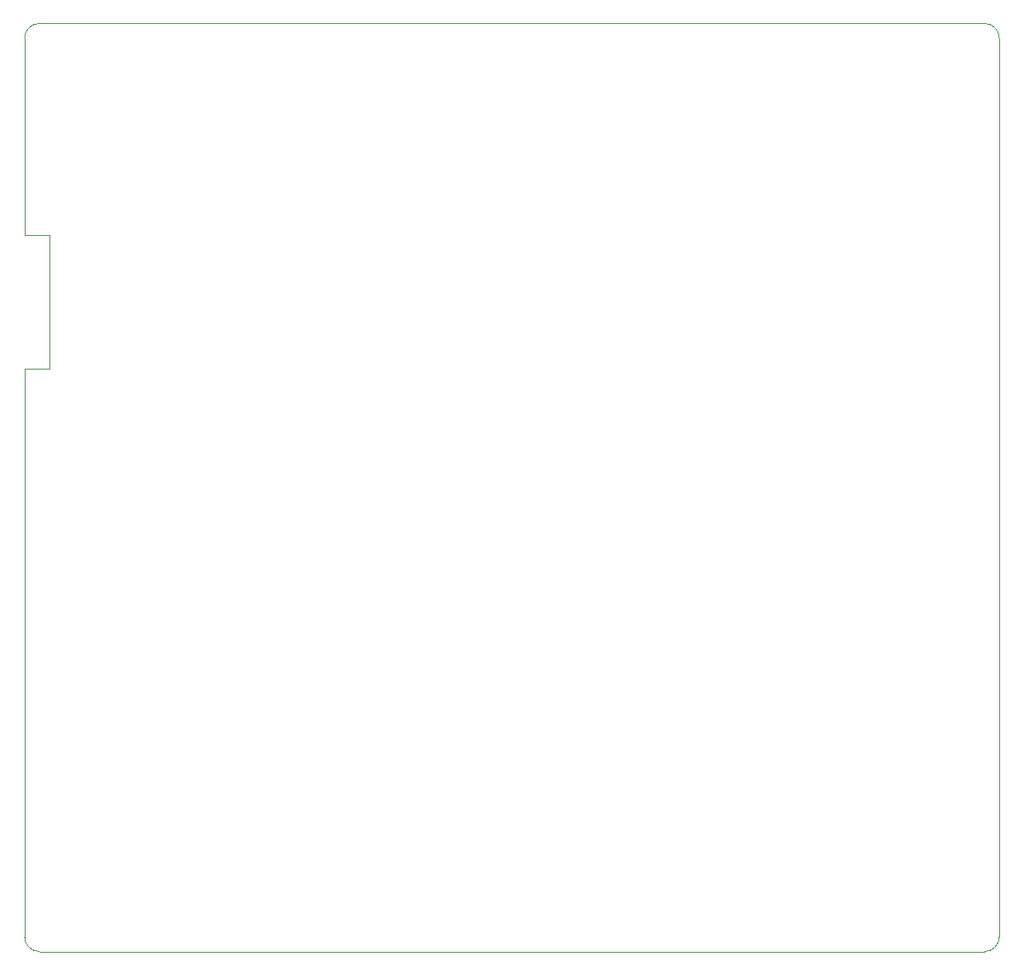
<source format=gbr>
%TF.GenerationSoftware,KiCad,Pcbnew,(5.1.9)-1*%
%TF.CreationDate,2021-08-24T14:53:50+02:00*%
%TF.ProjectId,unWired refernce,756e5769-7265-4642-9072-656665726e63,rev?*%
%TF.SameCoordinates,Original*%
%TF.FileFunction,Profile,NP*%
%FSLAX46Y46*%
G04 Gerber Fmt 4.6, Leading zero omitted, Abs format (unit mm)*
G04 Created by KiCad (PCBNEW (5.1.9)-1) date 2021-08-24 14:53:50*
%MOMM*%
%LPD*%
G01*
G04 APERTURE LIST*
%TA.AperFunction,Profile*%
%ADD10C,0.050000*%
%TD*%
G04 APERTURE END LIST*
D10*
X37395294Y-41224454D02*
X37395294Y-61420000D01*
X39970000Y-75130000D02*
X37395294Y-75130000D01*
X39970000Y-61420000D02*
X39970000Y-75130000D01*
X37395294Y-61420000D02*
X39970000Y-61420000D01*
X38900000Y-134980000D02*
G75*
G02*
X37395546Y-133485294I-4874J1499580D01*
G01*
X37395294Y-41224454D02*
G75*
G02*
X38890000Y-39720000I1499580J4874D01*
G01*
X37395546Y-133485294D02*
X37395294Y-75130000D01*
X135895546Y-39715294D02*
G75*
G02*
X137400000Y-41210000I4874J-1499580D01*
G01*
X137400000Y-133475546D02*
G75*
G02*
X135905294Y-134980000I-1499580J-4874D01*
G01*
X135895546Y-39715294D02*
X38890000Y-39720000D01*
X135905294Y-134980000D02*
X38900000Y-134980000D01*
X137400000Y-41210000D02*
X137400000Y-133475546D01*
M02*

</source>
